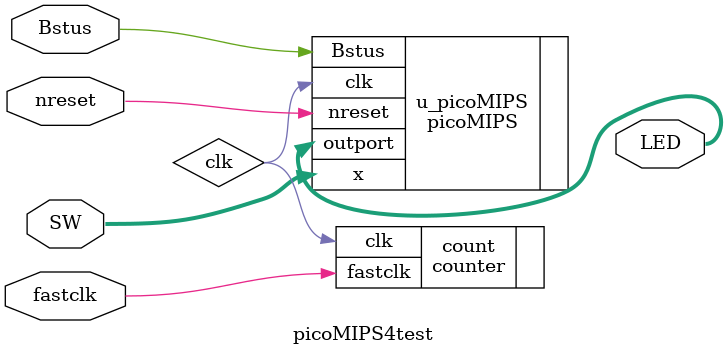
<source format=sv>
module picoMIPS4test #(parameter n = 24) //clock divides by 2^n, adjust n if necessary.
(input logic fastclk,  // 50MHz Altera DE0 clock
 input logic nreset, // nreset
 input logic Bstus, // Connect to SW[8]
 input logic [7:0] SW, // Switches SW0..SW7
 output logic [7:0] LED // LEDs
);

logic clk; // slow clock, about 10Hz
counter #(.n(n)) count (.fastclk(fastclk),.clk(clk)); // slow clk from counter

// to obtain the cost figure, synthesise your design without the counter 
// and the picoMIPS4test module using Cyclone V E as target
// and make a note of the synthesis statistics
picoMIPS u_picoMIPS (.clk(clk), .nreset(nreset), .Bstus(Bstus), .x(SW[7:0]), .outport(LED));
  
endmodule // end of module picoMIPS4test
</source>
